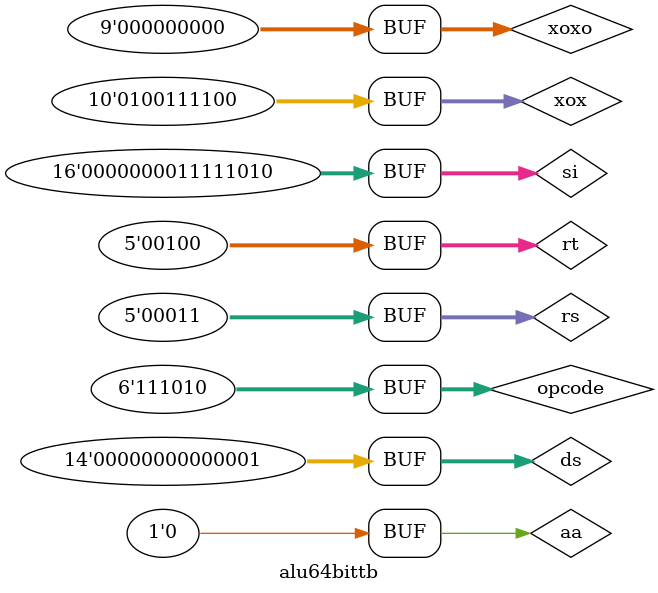
<source format=v>
`timescale 1ns/1ns
/* Module designed to act as the ALU - takes in the opcode, contents of the registers, shiftAmount, ALUResult and AluSrc signals with the signedImm as arguments
*/

module ALU64bit(
    output reg [63:0] ALU_result,
    output reg Branch,
    input [5:0] opcode,
    input [4:0] rs, rt, bo, bi,
    input [15:0] si,
    input [13:0] ds, 
    input [9:0] xox,
    input [8:0] xoxo,
    input aa, 
    input [1:0] xods);

    reg signed [63:0] temp, signed_rt, signed_rs;
    reg [63:0] zeroExtendSI, signExtendSI, zeroExtendDS;

    always @(rs, rt, si, xoxo, xox, xods, bo, bi, aa, ds)
    begin

      signed_rs = rs;
      signed_rt = rt;
      zeroExtendSI <= {{48{1'b0}},si[15:0]};
      signExtendSI <= {{48{si[15]}},si[15:0]};
      zeroExtendDS <= {{50{1'b0}},ds[13:0]};
      Branch = 0;
      if(opcode == 6'd31 & xoxo != 9'd0)    //XO Format
      begin
          case(xoxo)

            9'd266: //ADD
                ALU_result = signed_rs + signed_rt;
            9'd40 : //SUBF
                ALU_result = signed_rt - signed_rs;
          endcase
      end  

      else if(opcode == 6'd31 & xox != 10'd0)   //X Format
      begin

        case(xox)

            10'd28: //AND
                ALU_result = rt & rs;
            10'd476: //NAND
                ALU_result = ~(rs & rt);
            10'd444: //OR
                ALU_result = rs | rt;
            10'd316: //XOR
                ALU_result = rs ^ rt;
            10'd986: //EXTSW
                ALU_result = {{32{rt[31]}}, rt[31:0]};
        endcase
      end

      else if(opcode == 6'd19)      //B Format 
      begin
        if(aa == 1) //BEQ
        begin
          ALU_result = signed_rs - signed_rt;
          if(ALU_result == 0)
              Branch = 1'b1;
          else
              Branch = 1'b0;
        end
        else if(aa == 0) //BNE
        begin
            ALU_result = signed_rs - signed_rt;
            if(ALU_result != 0)
            begin
              Branch = 1'b1;
              ALU_result = 1'b0;
              end
            else
              Branch = 1'b0; 
        end
      end

      else if(opcode == 6'd18) //I Format
            Branch = 1'b1;
    
      else if(si != 15'b0)      //D Format
      begin
          case(opcode)

            6'd14: //ADDI
                ALU_result = rt + zeroExtendSI;
            6'd15: //ADDIS
                ALU_result = rt + signExtendSI;
            6'd28: //ANDI
                ALU_result = rt & zeroExtendSI;
            6'd24: //ORI
                ALU_result = rt | zeroExtendSI;
            6'd26: //XORI
                ALU_result = rt ^ zeroExtendSI;
            6'd32: //LW0
                ALU_result = rt + zeroExtendSI;
            6'd36: //SW
                ALU_result = rt + signExtendSI;
            6'd37: //SWU
                ALU_result = rt + signExtendSI;
            6'd40: //LHW
                ALU_result = rt + signExtendSI;
            6'd42: //LHWA
                ALU_result = rt + signExtendSI;
            6'd44: //SHW
                ALU_result = rt + signExtendSI;
            6'd34: //LB0    
                ALU_result = rt + zeroExtendSI;
            6'd38: //SB
                ALU_result = rt + signExtendSI;
          endcase
      end  

      else if(ds != 14'b0)      //DS Format
      begin
        if(opcode == 6'd58)
            ALU_result = rt + zeroExtendDS;
        else if(opcode == 6'd62)
            ALU_result = rt + zeroExtendDS;  
      end
    end

    //Display
    initial 
    begin
        $monitor("Opcode : %6b, RS : %64b, RT : %64b, signExtendSI = %64b, zeroExtendSI = %64b, zeroExtendDS = %64b, Result : %64b\n",
        opcode, rs, rt, signExtendSI, zeroExtendSI, zeroExtendDS, ALU_result);
    end
	
endmodule

module alu64bittb();

    wire [63:0] ALU_result;
    wire branch;
    reg [5:0] opcode;
    reg [4:0] rs, rt, bo, bi;
    reg [15:0] si;
    reg [13:0] ds; 
    reg [9:0] xox;
    reg [8:0] xoxo;
    reg aa;
    reg [1:0] xods;

    ALU64bit testerboi (
        .ALU_result(ALU_result),
        .Branch(branch),
        .opcode(opcode),
        .rs(rs),
        .rt(rt),
        .bo(bo),
        .bi(bi),
        .si(si),
        .ds(ds),
        .xox(xox),
        .xoxo(xoxo),
        .aa(aa),
        .xods(xods)
    );

    initial begin
        $dumpfile("ALU64Bittb.vcd"); 
        $dumpvars(0, alu64bittb);
    end

    initial begin
        
        //Add 3 and 5
        opcode = 6'd31;
        xoxo = 9'd266;
        si = 16'd250;
        rs = 3;
        rt = 5;
        #10

        //Sub 31 from 14
        opcode = 6'd31;
        xoxo = 9'd40;
        rt = 5'd31;
        rs = 5'd14;
        #10

        //AND of 12 and 13
        xoxo = 9'd0;
        opcode = 6'd31;
        xox = 10'd28;
        rt = 5'd12;
        rs = 5'd13;
        #10

        //XOR of 11 & 17
        xoxo = 9'd0;
        opcode = 6'd31;
        xox = 10'd316;
        rt = 5'd11;
        rs = 5'd17;
        #10
    
        //BNE
        opcode = 6'd19;
        aa = 0;
        xox = 10'd316;
        rt = 5'd4;
        rs = 5'd3;
        #10

        //Store word address generation
        si = 15'd1000;
        opcode = 6'd36;
        rt = 5'd8;
        #10;

        //Load doubleword
        ds = 14'd1;
        opcode = 6'd58;
        rt = 5'd4;
        si = 15'd250;
        #10;

    end

endmodule


</source>
